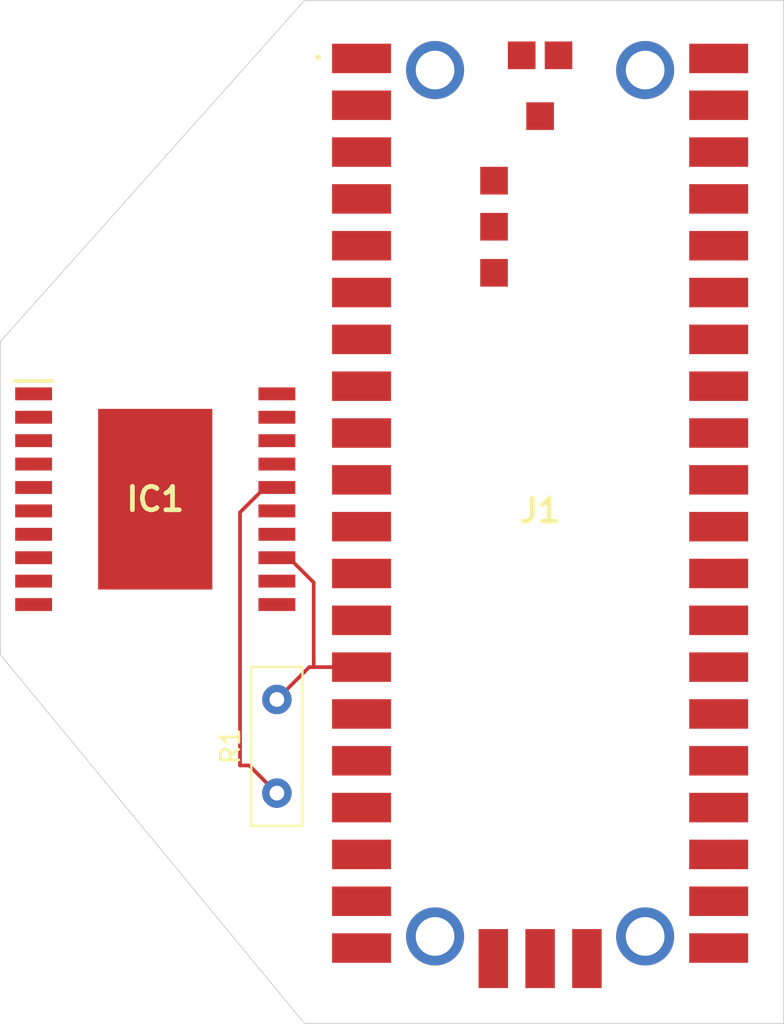
<source format=kicad_pcb>
(kicad_pcb (version 20240108) (generator "pcbnew") (generator_version "8.0")
  (layers (0 "F.Cu" signal) (31 "B.Cu" signal) (34 "B.Paste" user) (35 "F.Paste" user) (36 "B.SilkS" user "B.Silkscreen") (37 "F.SilkS" user "F.Silkscreen") (38 "B.Mask" user) (39 "F.Mask" user) (44 "Edge.Cuts" user))
  (net 0 "")
  (net 2 "unconnected-(IC1-BOOT2-Pad14)")
  (net 4 "Net-(IC1-IN2)")
  (net 73 "Net-(IC1-SENSE)")
  (footprint "Resistor_THT:R_Box_L8.4mm_W2.5mm_P5.08mm" (layer "F.Cu") (at 131.5 101 90)
    (property "Reference" "R1" (at 2.54 -2.52 90) (layer "F.SilkS"))
    (property "Value" "R")
    (fp_line (start 6.85 -1.39) (end 6.85 1.39) (stroke (width 0.12)) (layer "F.SilkS"))
    (fp_line (start -1.77 -1.39) (end 6.85 -1.39) (stroke (width 0.12)) (layer "F.SilkS"))
    (fp_line (start -1.77 -1.39) (end -1.77 1.39) (stroke (width 0.12)) (layer "F.SilkS"))
    (fp_line (start -1.77 1.39) (end 6.85 1.39) (stroke (width 0.12)) (layer "F.SilkS"))
    (pad "1" thru_hole circle (at 0 0 90) (size 1.6 1.6) (drill 0.8) (layers "*.Cu" "*.Mask") (net 73 "Net-(IC1-SENSE)"))
    (pad "2" thru_hole circle (at 5.08 0 90) (size 1.6 1.6) (drill 0.8) (layers "*.Cu" "*.Mask") (net 4 "Net-(IC1-IN2)"))
  )
  (footprint "PICO:PICO" (layer "F.Cu") (at 145.785 85.275)
    (property "Reference" "J1" (at 0 0.4 0) (layer "F.SilkS") (effects (font (size 1.27 1.27) (thickness 0.254))))
    (property "Value" "PICO" (hide yes))
    (fp_line (start -12.1 -24.2) (end -12.1 -24.2) (stroke (width 0.2)) (layer "F.SilkS"))
    (fp_line (start -12.1 -24.2) (end -12.1 -24.2) (stroke (width 0.2)) (layer "F.SilkS"))
    (fp_line (start -12 -24.2) (end -12 -24.2) (stroke (width 0.2)) (layer "F.SilkS"))
    (fp_arc (start -12.1 -24.2) (mid -12.05 -24.25) (end -12 -24.2) (stroke (width 0.2)) (layer "F.SilkS"))
    (fp_arc (start -12 -24.2) (mid -12.05 -24.15) (end -12.1 -24.2) (stroke (width 0.2)) (layer "F.SilkS"))
    (fp_arc (start -12 -24.2) (mid -12.05 -24.15) (end -12.1 -24.2) (stroke (width 0.2)) (layer "F.SilkS"))
    (pad "1" smd rect (at -9.69 -24.13 90) (size 1.6 3.2) (layers "F.Cu" "F.Paste" "F.Mask"))
    (pad "2" smd rect (at -9.69 -21.59 90) (size 1.6 3.2) (layers "F.Cu" "F.Paste" "F.Mask"))
    (pad "3" smd rect (at -9.69 -19.05 90) (size 1.6 3.2) (layers "F.Cu" "F.Paste" "F.Mask"))
    (pad "4" smd rect (at -9.69 -16.51 90) (size 1.6 3.2) (layers "F.Cu" "F.Paste" "F.Mask"))
    (pad "5" smd rect (at -9.69 -13.97 90) (size 1.6 3.2) (layers "F.Cu" "F.Paste" "F.Mask"))
    (pad "6" smd rect (at -9.69 -11.43 90) (size 1.6 3.2) (layers "F.Cu" "F.Paste" "F.Mask"))
    (pad "7" smd rect (at -9.69 -8.89 90) (size 1.6 3.2) (layers "F.Cu" "F.Paste" "F.Mask"))
    (pad "8" smd rect (at -9.69 -6.35 90) (size 1.6 3.2) (layers "F.Cu" "F.Paste" "F.Mask"))
    (pad "9" smd rect (at -9.69 -3.81 90) (size 1.6 3.2) (layers "F.Cu" "F.Paste" "F.Mask"))
    (pad "10" smd rect (at -9.69 -1.27 90) (size 1.6 3.2) (layers "F.Cu" "F.Paste" "F.Mask"))
    (pad "11" smd rect (at -9.69 1.27 90) (size 1.6 3.2) (layers "F.Cu" "F.Paste" "F.Mask"))
    (pad "12" smd rect (at -9.69 3.81 90) (size 1.6 3.2) (layers "F.Cu" "F.Paste" "F.Mask"))
    (pad "13" smd rect (at -9.69 6.35 90) (size 1.6 3.2) (layers "F.Cu" "F.Paste" "F.Mask"))
    (pad "14" smd rect (at -9.69 8.89 90) (size 1.6 3.2) (layers "F.Cu" "F.Paste" "F.Mask") (net 4 "Net-(IC1-IN2)"))
    (pad "15" smd rect (at -9.69 11.43 90) (size 1.6 3.2) (layers "F.Cu" "F.Paste" "F.Mask"))
    (pad "16" smd rect (at -9.69 13.97 90) (size 1.6 3.2) (layers "F.Cu" "F.Paste" "F.Mask"))
    (pad "17" smd rect (at -9.69 16.51 90) (size 1.6 3.2) (layers "F.Cu" "F.Paste" "F.Mask"))
    (pad "18" smd rect (at -9.69 19.05 90) (size 1.6 3.2) (layers "F.Cu" "F.Paste" "F.Mask"))
    (pad "19" smd rect (at -9.69 21.59 90) (size 1.6 3.2) (layers "F.Cu" "F.Paste" "F.Mask"))
    (pad "20" smd rect (at -9.69 24.13 90) (size 1.6 3.2) (layers "F.Cu" "F.Paste" "F.Mask"))
    (pad "21" smd rect (at 9.69 24.13 90) (size 1.6 3.2) (layers "F.Cu" "F.Paste" "F.Mask"))
    (pad "22" smd rect (at 9.69 21.59 90) (size 1.6 3.2) (layers "F.Cu" "F.Paste" "F.Mask"))
    (pad "23" smd rect (at 9.69 19.05 90) (size 1.6 3.2) (layers "F.Cu" "F.Paste" "F.Mask"))
    (pad "24" smd rect (at 9.69 16.51 90) (size 1.6 3.2) (layers "F.Cu" "F.Paste" "F.Mask"))
    (pad "25" smd rect (at 9.69 13.97 90) (size 1.6 3.2) (layers "F.Cu" "F.Paste" "F.Mask"))
    (pad "26" smd rect (at 9.69 11.43 90) (size 1.6 3.2) (layers "F.Cu" "F.Paste" "F.Mask"))
    (pad "27" smd rect (at 9.69 8.89 90) (size 1.6 3.2) (layers "F.Cu" "F.Paste" "F.Mask"))
    (pad "28" smd rect (at 9.69 6.35 90) (size 1.6 3.2) (layers "F.Cu" "F.Paste" "F.Mask"))
    (pad "29" smd rect (at 9.69 3.81 90) (size 1.6 3.2) (layers "F.Cu" "F.Paste" "F.Mask"))
    (pad "30" smd rect (at 9.69 1.27 90) (size 1.6 3.2) (layers "F.Cu" "F.Paste" "F.Mask"))
    (pad "31" smd rect (at 9.69 -1.27 90) (size 1.6 3.2) (layers "F.Cu" "F.Paste" "F.Mask"))
    (pad "32" smd rect (at 9.69 -3.81 90) (size 1.6 3.2) (layers "F.Cu" "F.Paste" "F.Mask"))
    (pad "33" smd rect (at 9.69 -6.35 90) (size 1.6 3.2) (layers "F.Cu" "F.Paste" "F.Mask"))
    (pad "34" smd rect (at 9.69 -8.89 90) (size 1.6 3.2) (layers "F.Cu" "F.Paste" "F.Mask"))
    (pad "35" smd rect (at 9.69 -11.43 90) (size 1.6 3.2) (layers "F.Cu" "F.Paste" "F.Mask"))
    (pad "36" smd rect (at 9.69 -13.97 90) (size 1.6 3.2) (layers "F.Cu" "F.Paste" "F.Mask"))
    (pad "37" smd rect (at 9.69 -16.51 90) (size 1.6 3.2) (layers "F.Cu" "F.Paste" "F.Mask"))
    (pad "38" smd rect (at 9.69 -19.05 90) (size 1.6 3.2) (layers "F.Cu" "F.Paste" "F.Mask"))
    (pad "39" smd rect (at 9.69 -21.59 90) (size 1.6 3.2) (layers "F.Cu" "F.Paste" "F.Mask"))
    (pad "40" smd rect (at 9.69 -24.13 90) (size 1.6 3.2) (layers "F.Cu" "F.Paste" "F.Mask"))
    (pad "D1" smd rect (at -2.54 24.7) (size 1.6 3.2) (layers "F.Cu" "F.Paste" "F.Mask"))
    (pad "D2" smd rect (at 0 24.7) (size 1.6 3.2) (layers "F.Cu" "F.Paste" "F.Mask"))
    (pad "D3" smd rect (at 2.54 24.7) (size 1.6 3.2) (layers "F.Cu" "F.Paste" "F.Mask"))
    (pad "MH1" thru_hole circle (at -5.7 -23.5) (size 3.15 3.15) (drill 2.1) (layers "*.Cu" "*.Mask"))
    (pad "MH2" thru_hole circle (at 5.7 -23.5) (size 3.15 3.15) (drill 2.1) (layers "*.Cu" "*.Mask"))
    (pad "MH3" thru_hole circle (at -5.7 23.5) (size 3.15 3.15) (drill 2.1) (layers "*.Cu" "*.Mask"))
    (pad "MH4" thru_hole circle (at 5.7 23.5) (size 3.15 3.15) (drill 2.1) (layers "*.Cu" "*.Mask"))
    (pad "TP1" smd rect (at 0 -21 90) (size 1.5 1.5) (layers "F.Cu" "F.Paste" "F.Mask"))
    (pad "TP2" smd rect (at 1 -24.3 90) (size 1.5 1.5) (layers "F.Cu" "F.Paste" "F.Mask"))
    (pad "TP3" smd rect (at -1 -24.3 90) (size 1.5 1.5) (layers "F.Cu" "F.Paste" "F.Mask"))
    (pad "TP4" smd rect (at -2.5 -17.5 90) (size 1.5 1.5) (layers "F.Cu" "F.Paste" "F.Mask"))
    (pad "TP5" smd rect (at -2.5 -15 90) (size 1.5 1.5) (layers "F.Cu" "F.Paste" "F.Mask"))
    (pad "TP6" smd rect (at -2.5 -12.5 90) (size 1.5 1.5) (layers "F.Cu" "F.Paste" "F.Mask"))
  )
  (footprint "L6201PS:SOIC127P1420X360-21N" (layer "F.Cu") (at 124.9 85.055)
    (property "Reference" "IC1" (at 0 0 0) (layer "F.SilkS") (effects (font (size 1.27 1.27) (thickness 0.254))))
    (property "Value" "L6201PS" (hide yes))
    (fp_line (start -7.6 -6.415) (end -5.6 -6.415) (stroke (width 0.2)) (layer "F.SilkS"))
    (pad "1" smd rect (at -6.6 -5.715 90) (size 0.7 2) (layers "F.Cu" "F.Paste" "F.Mask"))
    (pad "2" smd rect (at -6.6 -4.445 90) (size 0.7 2) (layers "F.Cu" "F.Paste" "F.Mask"))
    (pad "3" smd rect (at -6.6 -3.175 90) (size 0.7 2) (layers "F.Cu" "F.Paste" "F.Mask"))
    (pad "4" smd rect (at -6.6 -1.905 90) (size 0.7 2) (layers "F.Cu" "F.Paste" "F.Mask"))
    (pad "5" smd rect (at -6.6 -0.635 90) (size 0.7 2) (layers "F.Cu" "F.Paste" "F.Mask"))
    (pad "6" smd rect (at -6.6 0.635 90) (size 0.7 2) (layers "F.Cu" "F.Paste" "F.Mask"))
    (pad "7" smd rect (at -6.6 1.905 90) (size 0.7 2) (layers "F.Cu" "F.Paste" "F.Mask"))
    (pad "8" smd rect (at -6.6 3.175 90) (size 0.7 2) (layers "F.Cu" "F.Paste" "F.Mask"))
    (pad "9" smd rect (at -6.6 4.445 90) (size 0.7 2) (layers "F.Cu" "F.Paste" "F.Mask"))
    (pad "10" smd rect (at -6.6 5.715 90) (size 0.7 2) (layers "F.Cu" "F.Paste" "F.Mask"))
    (pad "11" smd rect (at 6.6 5.715 90) (size 0.7 2) (layers "F.Cu" "F.Paste" "F.Mask"))
    (pad "12" smd rect (at 6.6 4.445 90) (size 0.7 2) (layers "F.Cu" "F.Paste" "F.Mask"))
    (pad "13" smd rect (at 6.6 3.175 90) (size 0.7 2) (layers "F.Cu" "F.Paste" "F.Mask") (net 4 "Net-(IC1-IN2)"))
    (pad "14" smd rect (at 6.6 1.905 90) (size 0.7 2) (layers "F.Cu" "F.Paste" "F.Mask") (net 2 "unconnected-(IC1-BOOT2-Pad14)"))
    (pad "15" smd rect (at 6.6 0.635 90) (size 0.7 2) (layers "F.Cu" "F.Paste" "F.Mask"))
    (pad "16" smd rect (at 6.6 -0.635 90) (size 0.7 2) (layers "F.Cu" "F.Paste" "F.Mask") (net 73 "Net-(IC1-SENSE)"))
    (pad "17" smd rect (at 6.6 -1.905 90) (size 0.7 2) (layers "F.Cu" "F.Paste" "F.Mask"))
    (pad "18" smd rect (at 6.6 -3.175 90) (size 0.7 2) (layers "F.Cu" "F.Paste" "F.Mask"))
    (pad "19" smd rect (at 6.6 -4.445 90) (size 0.7 2) (layers "F.Cu" "F.Paste" "F.Mask"))
    (pad "20" smd rect (at 6.6 -5.715 90) (size 0.7 2) (layers "F.Cu" "F.Paste" "F.Mask"))
    (pad "21" smd rect (at 0 0) (size 6.2 9.8) (layers "F.Cu" "F.Paste" "F.Mask"))
  )
  (gr_line (start 116.5 93.5) (end 133 113.5) (stroke (width 0.05)) (layer "Edge.Cuts"))
  (gr_line (start 159 113.5) (end 159 58) (stroke (width 0.05)) (layer "Edge.Cuts"))
  (gr_line (start 159 58) (end 133 58) (stroke (width 0.05)) (layer "Edge.Cuts"))
  (gr_line (start 133 113.5) (end 159 113.5) (stroke (width 0.05)) (layer "Edge.Cuts"))
  (gr_line (start 116.5 76.5) (end 116.5 93.5) (stroke (width 0.05)) (layer "Edge.Cuts"))
  (gr_line (start 133 58) (end 116.5 76.5) (stroke (width 0.05)) (layer "Edge.Cuts"))
  (segment (start 131.5 86.96) (end 132.15 86.96) (width 0.2) (layer "F.Cu") (net 2))
  (segment (start 131.5 88.23) (end 132.15 88.23) (width 0.2) (layer "F.Cu") (net 4))
  (segment (start 131.5 95.92) (end 133.255 94.165) (width 0.2) (layer "F.Cu") (net 4))
  (segment (start 133.5 94.165) (end 136.095 94.165) (width 0.2) (layer "F.Cu") (net 4))
  (segment (start 133.255 94.165) (end 133.5 94.165) (width 0.2) (layer "F.Cu") (net 4))
  (segment (start 133.5 89.58) (end 133.5 94.165) (width 0.2) (layer "F.Cu") (net 4))
  (segment (start 132.15 88.23) (end 133.5 89.58) (width 0.2) (layer "F.Cu") (net 4))
  (segment (start 129.5 85.77) (end 129.5 99.5) (width 0.2) (layer "F.Cu") (net 73))
  (segment (start 130 99.5) (end 131.5 101) (width 0.2) (layer "F.Cu") (net 73))
  (segment (start 129.5 99.5) (end 130 99.5) (width 0.2) (layer "F.Cu") (net 73))
  (segment (start 131.5 84.42) (end 130.85 84.42) (width 0.2) (layer "F.Cu") (net 73))
  (segment (start 130.85 84.42) (end 129.5 85.77) (width 0.2) (layer "F.Cu") (net 73))
)
</source>
